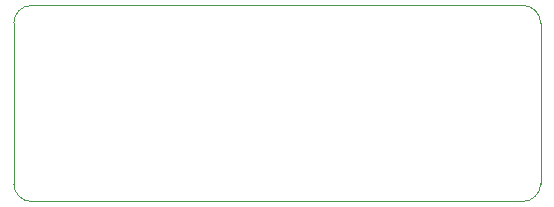
<source format=gm1>
%TF.GenerationSoftware,KiCad,Pcbnew,(6.0.8)*%
%TF.CreationDate,2023-02-21T13:23:49+01:00*%
%TF.ProjectId,attiny85,61747469-6e79-4383-952e-6b696361645f,rev?*%
%TF.SameCoordinates,Original*%
%TF.FileFunction,Profile,NP*%
%FSLAX46Y46*%
G04 Gerber Fmt 4.6, Leading zero omitted, Abs format (unit mm)*
G04 Created by KiCad (PCBNEW (6.0.8)) date 2023-02-21 13:23:49*
%MOMM*%
%LPD*%
G01*
G04 APERTURE LIST*
%TA.AperFunction,Profile*%
%ADD10C,0.100000*%
%TD*%
G04 APERTURE END LIST*
D10*
X165100000Y-90900000D02*
X165100000Y-77300000D01*
X209700000Y-77300000D02*
G75*
G03*
X208200000Y-75800000I-1500000J0D01*
G01*
X166600000Y-92400000D02*
X208200000Y-92400000D01*
X208200000Y-75800000D02*
X166600000Y-75800000D01*
X165100000Y-90900000D02*
G75*
G03*
X166600000Y-92400000I1500000J0D01*
G01*
X166600000Y-75800000D02*
G75*
G03*
X165100000Y-77300000I0J-1500000D01*
G01*
X208200000Y-92400000D02*
G75*
G03*
X209700000Y-90900000I0J1500000D01*
G01*
X209700000Y-90900000D02*
X209700000Y-77300000D01*
M02*

</source>
